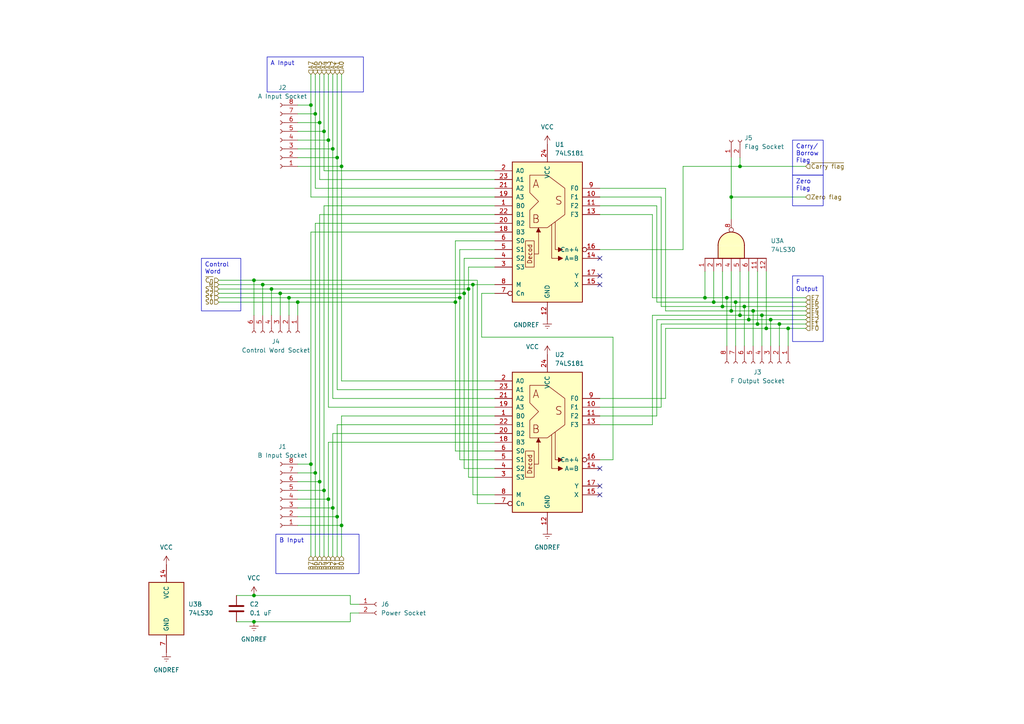
<source format=kicad_sch>
(kicad_sch (version 20231120) (generator "eeschema") (generator_version "8.0")
  (paper "A4")
  (title_block (title "Artemis ALU Module") (date "2024-07-14") (rev "1") (company "George Sleen"))
  (lib_symbols
    (symbol "74xx:74LS181" (pin_names (offset 1.016))
      (property "Reference" "U" (at -7.62 21.59 0))
      (property "Value" "74LS181" (at -7.62 -21.59 0))
      (symbol "74LS181_1_0"
        (polyline (pts (xy -3.81 -6.35) (xy -2.54 -6.35) (xy -2.54 1.27)))
        (polyline (pts (xy -2.54 1.27) (xy -3.175 0) (xy -1.905 0)) (fill (type outline)))
        (polyline (pts (xy 1.27 2.159) (xy 1.27 -7.62) (xy 3.175 -7.62)))
        (polyline (pts (xy 3.175 -5.08) (xy 2.286 -5.08) (xy 2.286 2.921)))
        (polyline (pts (xy 4.445 -7.62) (xy 3.175 -6.985) (xy 3.175 -8.255) (xy 4.445 -7.62)) (fill (type outline)))
        (polyline (pts (xy 4.445 -5.08) (xy 3.175 -4.445) (xy 3.175 -5.715) (xy 4.445 -5.08)) (fill (type outline)))
        (polyline (pts (xy -6.35 -2.54) (xy -6.35 -10.16) (xy -3.81 -10.16) (xy -3.81 -2.54) (xy -6.35 -2.54)))
        (polyline (pts (xy -5.08 16.51) (xy -5.08 11.43) (xy -2.54 8.89) (xy -5.08 6.35) (xy -5.08 1.27) (xy 0 1.27) (xy 5.08 5.08) (xy 5.08 12.7) (xy 0 16.51) (xy -5.08 16.51)))
        (text "A" (at -3.302 13.97 0) (effects (font (size 2.286 2.286))))
        (text "B" (at -3.302 3.81 0) (effects (font (size 2.286 2.286))))
        (text "Decod" (at -5.08 -6.35 900) (effects (font (size 1.27 1.27))))
        (text "S" (at 3.302 9.144 0) (effects (font (size 2.286 2.286))))
        (pin input line (at -15.24 7.62 0) (length 5.08) (name "B0") (number "1"))
        (pin output line (at 15.24 10.16 180) (length 5.08) (name "F1") (number "10"))
        (pin output line (at 15.24 7.62 180) (length 5.08) (name "F2") (number "11"))
        (pin power_in line (at 0 -25.4 90) (length 5.08) (name "GND") (number "12"))
        (pin output line (at 15.24 5.08 180) (length 5.08) (name "F3") (number "13"))
        (pin output line (at 15.24 -7.62 180) (length 5.08) (name "A=B") (number "14"))
        (pin output line (at 15.24 -15.24 180) (length 5.08) (name "X") (number "15"))
        (pin output inverted (at 15.24 -5.08 180) (length 5.08) (name "Cn+4") (number "16"))
        (pin output line (at 15.24 -12.7 180) (length 5.08) (name "Y") (number "17"))
        (pin input line (at -15.24 0 0) (length 5.08) (name "B3") (number "18"))
        (pin input line (at -15.24 10.16 0) (length 5.08) (name "A3") (number "19"))
        (pin input line (at -15.24 17.78 0) (length 5.08) (name "A0") (number "2"))
        (pin input line (at -15.24 2.54 0) (length 5.08) (name "B2") (number "20"))
        (pin input line (at -15.24 12.7 0) (length 5.08) (name "A2") (number "21"))
        (pin input line (at -15.24 5.08 0) (length 5.08) (name "B1") (number "22"))
        (pin input line (at -15.24 15.24 0) (length 5.08) (name "A1") (number "23"))
        (pin power_in line (at 0 25.4 270) (length 5.08) (name "VCC") (number "24"))
        (pin input line (at -15.24 -10.16 0) (length 5.08) (name "S3") (number "3"))
        (pin input line (at -15.24 -7.62 0) (length 5.08) (name "S2") (number "4"))
        (pin input line (at -15.24 -5.08 0) (length 5.08) (name "S1") (number "5"))
        (pin input line (at -15.24 -2.54 0) (length 5.08) (name "S0") (number "6"))
        (pin input inverted (at -15.24 -17.78 0) (length 5.08) (name "Cn") (number "7"))
        (pin input line (at -15.24 -15.24 0) (length 5.08) (name "M") (number "8"))
        (pin output line (at 15.24 12.7 180) (length 5.08) (name "F0") (number "9"))
      )
      (symbol "74LS181_1_1"
        (rectangle (start -10.16 20.32) (end 10.16 -20.32) (stroke (width 0.254)) (fill (type background)))
      )
    )
    (symbol "74xx:74LS30" (pin_names (offset 1.016))
      (property "Reference" "U" (at 0 1.27 0))
      (property "Value" "74LS30" (at 0 -1.27 0))
      (symbol "74LS30_1_1"
        (arc (start 0 -3.81) (mid 3.7934 0) (end 0 3.81) (stroke (width 0.254)) (fill (type background)))
        (polyline (pts (xy -3.81 7.62) (xy -3.81 -10.16)) (stroke (width 0.254)))
        (polyline (pts (xy 0 3.81) (xy -3.81 3.81) (xy -3.81 -3.81) (xy 0 -3.81)) (stroke (width 0.254)) (fill (type background)))
        (pin input line (at -7.62 7.62 0) (length 3.81) (name "~") (number "1"))
        (pin input line (at -7.62 -7.62 0) (length 3.81) (name "~") (number "11"))
        (pin input line (at -7.62 -10.16 0) (length 3.81) (name "~") (number "12"))
        (pin input line (at -7.62 5.08 0) (length 3.81) (name "~") (number "2"))
        (pin input line (at -7.62 2.54 0) (length 3.81) (name "~") (number "3"))
        (pin input line (at -7.62 0 0) (length 3.81) (name "~") (number "4"))
        (pin input line (at -7.62 -2.54 0) (length 3.81) (name "~") (number "5"))
        (pin input line (at -7.62 -5.08 0) (length 3.81) (name "~") (number "6"))
        (pin output inverted (at 7.62 0 180) (length 3.81) (name "~") (number "8"))
      )
      (symbol "74LS30_1_2"
        (arc (start -3.81 -3.81) (mid -2.589 0) (end -3.81 3.81) (stroke (width 0.254)))
        (arc (start -0.6096 -3.81) (mid 2.1842 -2.5851) (end 3.81 0) (stroke (width 0.254)) (fill (type background)))
        (polyline (pts (xy -3.81 -3.81) (xy -3.81 -10.16)) (stroke (width 0.254)))
        (polyline (pts (xy -3.81 -3.81) (xy -0.635 -3.81)) (stroke (width 0.254)) (fill (type background)))
        (polyline (pts (xy -3.81 3.81) (xy -0.635 3.81)) (stroke (width 0.254)) (fill (type background)))
        (polyline (pts (xy -3.81 7.62) (xy -3.81 3.81)) (stroke (width 0.254)))
        (polyline (pts (xy -0.635 3.81) (xy -3.81 3.81) (xy -3.81 3.81) (xy -3.556 3.4036) (xy -3.0226 2.2606) (xy -2.6924 1.0414) (xy -2.6162 -0.254) (xy -2.7686 -1.4986) (xy -3.175 -2.7178) (xy -3.81 -3.81) (xy -3.81 -3.81) (xy -0.635 -3.81)) (stroke (width -25.4)) (fill (type background)))
        (arc (start 3.81 0) (mid 2.1915 2.5936) (end -0.6096 3.81) (stroke (width 0.254)) (fill (type background)))
        (pin input inverted (at -7.62 7.62 0) (length 3.81) (name "~") (number "1"))
        (pin input inverted (at -7.62 -7.62 0) (length 3.81) (name "~") (number "11"))
        (pin input inverted (at -7.62 -10.16 0) (length 3.81) (name "~") (number "12"))
        (pin input inverted (at -7.62 5.08 0) (length 3.81) (name "~") (number "2"))
        (pin input inverted (at -7.62 2.54 0) (length 4.5466) (name "~") (number "3"))
        (pin input inverted (at -7.62 0 0) (length 5.08) (name "~") (number "4"))
        (pin input inverted (at -7.62 -2.54 0) (length 4.5466) (name "~") (number "5"))
        (pin input inverted (at -7.62 -5.08 0) (length 3.81) (name "~") (number "6"))
        (pin output line (at 7.62 0 180) (length 3.81) (name "~") (number "8"))
      )
      (symbol "74LS30_2_0"
        (pin power_in line (at 0 12.7 270) (length 5.08) (name "VCC") (number "14"))
        (pin power_in line (at 0 -12.7 90) (length 5.08) (name "GND") (number "7"))
      )
      (symbol "74LS30_2_1"
        (rectangle (start -5.08 7.62) (end 5.08 -7.62) (stroke (width 0.254)) (fill (type background)))
      )
    )
    (symbol "Connector:Conn_01x02_Socket" (pin_names (offset 1.016) hide)
      (property "Reference" "J" (at 0 2.54 0))
      (property "Value" "Conn_01x02_Socket" (at 0 -5.08 0))
      (symbol "Conn_01x02_Socket_1_1"
        (arc (start 0 -2.032) (mid -0.5058 -2.54) (end 0 -3.048) (stroke (width 0.1524)))
        (polyline (pts (xy -1.27 -2.54) (xy -0.508 -2.54)) (stroke (width 0.1524)))
        (polyline (pts (xy -1.27 0) (xy -0.508 0)) (stroke (width 0.1524)))
        (arc (start 0 0.508) (mid -0.5058 0) (end 0 -0.508) (stroke (width 0.1524)))
        (pin passive line (at -5.08 0 0) (length 3.81) (name "Pin_1") (number "1"))
        (pin passive line (at -5.08 -2.54 0) (length 3.81) (name "Pin_2") (number "2"))
      )
    )
    (symbol "Connector:Conn_01x06_Socket" (pin_names (offset 1.016) hide)
      (property "Reference" "J" (at 0 7.62 0))
      (property "Value" "Conn_01x06_Socket" (at 0 -10.16 0))
      (symbol "Conn_01x06_Socket_1_1"
        (arc (start 0 -7.112) (mid -0.5058 -7.62) (end 0 -8.128) (stroke (width 0.1524)))
        (arc (start 0 -4.572) (mid -0.5058 -5.08) (end 0 -5.588) (stroke (width 0.1524)))
        (arc (start 0 -2.032) (mid -0.5058 -2.54) (end 0 -3.048) (stroke (width 0.1524)))
        (polyline (pts (xy -1.27 -7.62) (xy -0.508 -7.62)) (stroke (width 0.1524)))
        (polyline (pts (xy -1.27 -5.08) (xy -0.508 -5.08)) (stroke (width 0.1524)))
        (polyline (pts (xy -1.27 -2.54) (xy -0.508 -2.54)) (stroke (width 0.1524)))
        (polyline (pts (xy -1.27 0) (xy -0.508 0)) (stroke (width 0.1524)))
        (polyline (pts (xy -1.27 2.54) (xy -0.508 2.54)) (stroke (width 0.1524)))
        (polyline (pts (xy -1.27 5.08) (xy -0.508 5.08)) (stroke (width 0.1524)))
        (arc (start 0 0.508) (mid -0.5058 0) (end 0 -0.508) (stroke (width 0.1524)))
        (arc (start 0 3.048) (mid -0.5058 2.54) (end 0 2.032) (stroke (width 0.1524)))
        (arc (start 0 5.588) (mid -0.5058 5.08) (end 0 4.572) (stroke (width 0.1524)))
        (pin passive line (at -5.08 5.08 0) (length 3.81) (name "Pin_1") (number "1"))
        (pin passive line (at -5.08 2.54 0) (length 3.81) (name "Pin_2") (number "2"))
        (pin passive line (at -5.08 0 0) (length 3.81) (name "Pin_3") (number "3"))
        (pin passive line (at -5.08 -2.54 0) (length 3.81) (name "Pin_4") (number "4"))
        (pin passive line (at -5.08 -5.08 0) (length 3.81) (name "Pin_5") (number "5"))
        (pin passive line (at -5.08 -7.62 0) (length 3.81) (name "Pin_6") (number "6"))
      )
    )
    (symbol "Connector:Conn_01x08_Socket" (pin_names (offset 1.016) hide)
      (property "Reference" "J" (at 0 10.16 0))
      (property "Value" "Conn_01x08_Socket" (at 0 -12.7 0))
      (symbol "Conn_01x08_Socket_1_1"
        (arc (start 0 -9.652) (mid -0.5058 -10.16) (end 0 -10.668) (stroke (width 0.1524)))
        (arc (start 0 -7.112) (mid -0.5058 -7.62) (end 0 -8.128) (stroke (width 0.1524)))
        (arc (start 0 -4.572) (mid -0.5058 -5.08) (end 0 -5.588) (stroke (width 0.1524)))
        (arc (start 0 -2.032) (mid -0.5058 -2.54) (end 0 -3.048) (stroke (width 0.1524)))
        (polyline (pts (xy -1.27 -10.16) (xy -0.508 -10.16)) (stroke (width 0.1524)))
        (polyline (pts (xy -1.27 -7.62) (xy -0.508 -7.62)) (stroke (width 0.1524)))
        (polyline (pts (xy -1.27 -5.08) (xy -0.508 -5.08)) (stroke (width 0.1524)))
        (polyline (pts (xy -1.27 -2.54) (xy -0.508 -2.54)) (stroke (width 0.1524)))
        (polyline (pts (xy -1.27 0) (xy -0.508 0)) (stroke (width 0.1524)))
        (polyline (pts (xy -1.27 2.54) (xy -0.508 2.54)) (stroke (width 0.1524)))
        (polyline (pts (xy -1.27 5.08) (xy -0.508 5.08)) (stroke (width 0.1524)))
        (polyline (pts (xy -1.27 7.62) (xy -0.508 7.62)) (stroke (width 0.1524)))
        (arc (start 0 0.508) (mid -0.5058 0) (end 0 -0.508) (stroke (width 0.1524)))
        (arc (start 0 3.048) (mid -0.5058 2.54) (end 0 2.032) (stroke (width 0.1524)))
        (arc (start 0 5.588) (mid -0.5058 5.08) (end 0 4.572) (stroke (width 0.1524)))
        (arc (start 0 8.128) (mid -0.5058 7.62) (end 0 7.112) (stroke (width 0.1524)))
        (pin passive line (at -5.08 7.62 0) (length 3.81) (name "Pin_1") (number "1"))
        (pin passive line (at -5.08 5.08 0) (length 3.81) (name "Pin_2") (number "2"))
        (pin passive line (at -5.08 2.54 0) (length 3.81) (name "Pin_3") (number "3"))
        (pin passive line (at -5.08 0 0) (length 3.81) (name "Pin_4") (number "4"))
        (pin passive line (at -5.08 -2.54 0) (length 3.81) (name "Pin_5") (number "5"))
        (pin passive line (at -5.08 -5.08 0) (length 3.81) (name "Pin_6") (number "6"))
        (pin passive line (at -5.08 -7.62 0) (length 3.81) (name "Pin_7") (number "7"))
        (pin passive line (at -5.08 -10.16 0) (length 3.81) (name "Pin_8") (number "8"))
      )
    )
    (symbol "Device:C" (pin_numbers hide) (pin_names (offset 0.254))
      (property "Reference" "C" (at 0.635 2.54 0))
      (property "Value" "C" (at 0.635 -2.54 0))
      (symbol "C_0_1"
        (polyline (pts (xy -2.032 -0.762) (xy 2.032 -0.762)) (stroke (width 0.508)))
        (polyline (pts (xy -2.032 0.762) (xy 2.032 0.762)) (stroke (width 0.508)))
      )
      (symbol "C_1_1"
        (pin passive line (at 0 3.81 270) (length 2.794) (name "~") (number "1"))
        (pin passive line (at 0 -3.81 90) (length 2.794) (name "~") (number "2"))
      )
    )
    (symbol "power:GNDREF" (power) (pin_numbers hide) (pin_names (offset 0) hide)
      (property "Value" "GNDREF" (at 0 -3.81 0))
      (symbol "GNDREF_0_1"
        (polyline (pts (xy -0.635 -1.905) (xy 0.635 -1.905)))
        (polyline (pts (xy -0.127 -2.54) (xy 0.127 -2.54)))
        (polyline (pts (xy 0 -1.27) (xy 0 0)))
        (polyline (pts (xy 1.27 -1.27) (xy -1.27 -1.27)))
      )
      (symbol "GNDREF_1_1"
        (pin power_in line (at 0 0 270) (length 0) (name "~") (number "1"))
      )
    )
    (symbol "power:VCC" (power) (pin_numbers hide) (pin_names (offset 0) hide)
      (property "Value" "VCC" (at 0 3.556 0))
      (symbol "VCC_0_1"
        (polyline (pts (xy -0.762 1.27) (xy 0 2.54)))
        (polyline (pts (xy 0 0) (xy 0 2.54)))
        (polyline (pts (xy 0 2.54) (xy 0.762 1.27)))
      )
      (symbol "VCC_1_1"
        (pin power_in line (at 0 0 90) (length 0) (name "~") (number "1"))
      )
    )
  )
  (junction (at 91.44 137.16))
  (junction (at 95.25 40.64))
  (junction (at 214.63 91.44))
  (junction (at 97.79 149.86))
  (junction (at 78.74 83.82))
  (junction (at 134.62 85.09))
  (junction (at 210.82 86.36))
  (junction (at 97.79 45.72))
  (junction (at 228.6 95.25))
  (junction (at 133.35 86.36))
  (junction (at 73.66 180.34))
  (junction (at 132.08 87.63))
  (junction (at 214.63 48.26))
  (junction (at 73.66 172.72))
  (junction (at 217.17 92.71))
  (junction (at 99.06 48.26))
  (junction (at 90.17 134.62))
  (junction (at 220.98 91.44))
  (junction (at 81.28 85.09))
  (junction (at 213.36 87.63))
  (junction (at 91.44 33.02))
  (junction (at 83.82 86.36))
  (junction (at 76.2 82.55))
  (junction (at 222.25 95.25))
  (junction (at 86.36 87.63))
  (junction (at 135.89 83.82))
  (junction (at 212.09 90.17))
  (junction (at 96.52 43.18))
  (junction (at 73.66 81.28))
  (junction (at 93.98 142.24))
  (junction (at 137.16 82.55))
  (junction (at 207.01 87.63))
  (junction (at 204.47 86.36))
  (junction (at 215.9 88.9))
  (junction (at 90.17 30.48))
  (junction (at 92.71 35.56))
  (junction (at 92.71 139.7))
  (junction (at 209.55 88.9))
  (junction (at 223.52 92.71))
  (junction (at 95.25 144.78))
  (junction (at 226.06 93.98))
  (junction (at 212.09 57.15))
  (junction (at 99.06 152.4))
  (junction (at 96.52 147.32))
  (junction (at 219.71 93.98))
  (junction (at 218.44 90.17))
  (junction (at 93.98 38.1))
  (no_connect (at 173.99 74.93))
  (no_connect (at 173.99 82.55))
  (no_connect (at 173.99 80.01))
  (no_connect (at 173.99 143.51))
  (no_connect (at 173.99 135.89))
  (no_connect (at 173.99 140.97))
  (wire (pts (xy 223.52 92.71) (xy 233.68 92.71)))
  (wire (pts (xy 226.06 93.98) (xy 226.06 100.33)))
  (wire (pts (xy 86.36 134.62) (xy 90.17 134.62)))
  (wire (pts (xy 143.51 143.51) (xy 137.16 143.51)))
  (wire (pts (xy 213.36 87.63) (xy 233.68 87.63)))
  (wire (pts (xy 63.5 81.28) (xy 73.66 81.28)))
  (wire (pts (xy 97.79 149.86) (xy 97.79 161.29)))
  (wire (pts (xy 86.36 147.32) (xy 96.52 147.32)))
  (wire (pts (xy 143.51 74.93) (xy 134.62 74.93)))
  (wire (pts (xy 143.51 118.11) (xy 95.25 118.11)))
  (wire (pts (xy 86.36 43.18) (xy 96.52 43.18)))
  (wire (pts (xy 97.79 45.72) (xy 97.79 113.03)))
  (wire (pts (xy 143.51 130.81) (xy 132.08 130.81)))
  (wire (pts (xy 93.98 38.1) (xy 93.98 49.53)))
  (wire (pts (xy 143.51 54.61) (xy 91.44 54.61)))
  (wire (pts (xy 101.6 177.8) (xy 101.6 180.34)))
  (wire (pts (xy 212.09 63.5) (xy 212.09 57.15)))
  (wire (pts (xy 86.36 48.26) (xy 99.06 48.26)))
  (wire (pts (xy 143.51 59.69) (xy 93.98 59.69)))
  (wire (pts (xy 209.55 88.9) (xy 215.9 88.9)))
  (wire (pts (xy 193.04 90.17) (xy 212.09 90.17)))
  (wire (pts (xy 198.12 48.26) (xy 214.63 48.26)))
  (wire (pts (xy 218.44 90.17) (xy 218.44 100.33)))
  (wire (pts (xy 173.99 72.39) (xy 198.12 72.39)))
  (wire (pts (xy 139.7 97.79) (xy 139.7 85.09)))
  (wire (pts (xy 86.36 87.63) (xy 132.08 87.63)))
  (wire (pts (xy 193.04 115.57) (xy 193.04 95.25)))
  (wire (pts (xy 86.36 137.16) (xy 91.44 137.16)))
  (wire (pts (xy 228.6 95.25) (xy 233.68 95.25)))
  (wire (pts (xy 190.5 92.71) (xy 217.17 92.71)))
  (wire (pts (xy 86.36 30.48) (xy 90.17 30.48)))
  (wire (pts (xy 92.71 35.56) (xy 92.71 52.07)))
  (wire (pts (xy 198.12 72.39) (xy 198.12 48.26)))
  (wire (pts (xy 173.99 123.19) (xy 189.23 123.19)))
  (wire (pts (xy 135.89 83.82) (xy 135.89 138.43)))
  (wire (pts (xy 132.08 69.85) (xy 143.51 69.85)))
  (wire (pts (xy 86.36 40.64) (xy 95.25 40.64)))
  (wire (pts (xy 214.63 45.72) (xy 214.63 48.26)))
  (wire (pts (xy 104.14 177.8) (xy 101.6 177.8)))
  (wire (pts (xy 99.06 120.65) (xy 99.06 152.4)))
  (wire (pts (xy 173.99 118.11) (xy 191.77 118.11)))
  (wire (pts (xy 222.25 95.25) (xy 228.6 95.25)))
  (wire (pts (xy 97.79 21.59) (xy 97.79 45.72)))
  (wire (pts (xy 92.71 139.7) (xy 92.71 161.29)))
  (wire (pts (xy 96.52 125.73) (xy 96.52 147.32)))
  (wire (pts (xy 95.25 144.78) (xy 95.25 161.29)))
  (wire (pts (xy 143.51 115.57) (xy 96.52 115.57)))
  (wire (pts (xy 193.04 95.25) (xy 222.25 95.25)))
  (wire (pts (xy 143.51 110.49) (xy 99.06 110.49)))
  (wire (pts (xy 86.36 35.56) (xy 92.71 35.56)))
  (wire (pts (xy 86.36 139.7) (xy 92.71 139.7)))
  (wire (pts (xy 143.51 64.77) (xy 91.44 64.77)))
  (wire (pts (xy 217.17 92.71) (xy 223.52 92.71)))
  (wire (pts (xy 137.16 82.55) (xy 143.51 82.55)))
  (wire (pts (xy 96.52 43.18) (xy 96.52 115.57)))
  (wire (pts (xy 220.98 91.44) (xy 233.68 91.44)))
  (wire (pts (xy 204.47 78.74) (xy 204.47 86.36)))
  (wire (pts (xy 91.44 33.02) (xy 91.44 54.61)))
  (wire (pts (xy 222.25 78.74) (xy 222.25 95.25)))
  (wire (pts (xy 210.82 86.36) (xy 233.68 86.36)))
  (wire (pts (xy 78.74 83.82) (xy 135.89 83.82)))
  (wire (pts (xy 217.17 78.74) (xy 217.17 92.71)))
  (wire (pts (xy 143.51 113.03) (xy 97.79 113.03)))
  (wire (pts (xy 143.51 57.15) (xy 90.17 57.15)))
  (wire (pts (xy 63.5 85.09) (xy 81.28 85.09)))
  (wire (pts (xy 135.89 77.47) (xy 135.89 83.82)))
  (wire (pts (xy 220.98 91.44) (xy 220.98 100.33)))
  (wire (pts (xy 139.7 85.09) (xy 143.51 85.09)))
  (wire (pts (xy 215.9 88.9) (xy 215.9 100.33)))
  (wire (pts (xy 193.04 54.61) (xy 193.04 90.17)))
  (wire (pts (xy 190.5 87.63) (xy 207.01 87.63)))
  (wire (pts (xy 91.44 137.16) (xy 91.44 161.29)))
  (wire (pts (xy 63.5 82.55) (xy 76.2 82.55)))
  (wire (pts (xy 143.51 146.05) (xy 138.43 146.05)))
  (wire (pts (xy 93.98 59.69) (xy 93.98 142.24)))
  (wire (pts (xy 83.82 86.36) (xy 83.82 91.44)))
  (wire (pts (xy 214.63 91.44) (xy 220.98 91.44)))
  (wire (pts (xy 143.51 120.65) (xy 99.06 120.65)))
  (wire (pts (xy 86.36 144.78) (xy 95.25 144.78)))
  (wire (pts (xy 190.5 92.71) (xy 190.5 120.65)))
  (wire (pts (xy 132.08 69.85) (xy 132.08 87.63)))
  (wire (pts (xy 99.06 152.4) (xy 99.06 161.29)))
  (wire (pts (xy 90.17 134.62) (xy 90.17 161.29)))
  (wire (pts (xy 90.17 67.31) (xy 90.17 134.62)))
  (wire (pts (xy 73.66 180.34) (xy 101.6 180.34)))
  (wire (pts (xy 210.82 86.36) (xy 210.82 100.33)))
  (wire (pts (xy 99.06 21.59) (xy 99.06 48.26)))
  (wire (pts (xy 204.47 86.36) (xy 210.82 86.36)))
  (wire (pts (xy 207.01 87.63) (xy 213.36 87.63)))
  (wire (pts (xy 189.23 62.23) (xy 189.23 86.36)))
  (wire (pts (xy 86.36 152.4) (xy 99.06 152.4)))
  (wire (pts (xy 173.99 54.61) (xy 193.04 54.61)))
  (wire (pts (xy 212.09 45.72) (xy 212.09 57.15)))
  (wire (pts (xy 219.71 78.74) (xy 219.71 93.98)))
  (wire (pts (xy 104.14 175.26) (xy 101.6 175.26)))
  (wire (pts (xy 63.5 83.82) (xy 78.74 83.82)))
  (wire (pts (xy 138.43 146.05) (xy 138.43 81.28)))
  (wire (pts (xy 134.62 135.89) (xy 143.51 135.89)))
  (wire (pts (xy 207.01 78.74) (xy 207.01 87.63)))
  (wire (pts (xy 143.51 67.31) (xy 90.17 67.31)))
  (wire (pts (xy 213.36 87.63) (xy 213.36 100.33)))
  (wire (pts (xy 91.44 21.59) (xy 91.44 33.02)))
  (wire (pts (xy 143.51 52.07) (xy 92.71 52.07)))
  (wire (pts (xy 191.77 118.11) (xy 191.77 93.98)))
  (wire (pts (xy 226.06 93.98) (xy 233.68 93.98)))
  (wire (pts (xy 134.62 74.93) (xy 134.62 85.09)))
  (wire (pts (xy 83.82 86.36) (xy 133.35 86.36)))
  (wire (pts (xy 189.23 86.36) (xy 204.47 86.36)))
  (wire (pts (xy 86.36 142.24) (xy 93.98 142.24)))
  (wire (pts (xy 135.89 77.47) (xy 143.51 77.47)))
  (wire (pts (xy 86.36 87.63) (xy 86.36 91.44)))
  (wire (pts (xy 143.51 49.53) (xy 93.98 49.53)))
  (wire (pts (xy 133.35 72.39) (xy 133.35 86.36)))
  (wire (pts (xy 76.2 82.55) (xy 76.2 91.44)))
  (wire (pts (xy 68.58 180.34) (xy 73.66 180.34)))
  (wire (pts (xy 96.52 21.59) (xy 96.52 43.18)))
  (wire (pts (xy 132.08 87.63) (xy 132.08 130.81)))
  (wire (pts (xy 133.35 86.36) (xy 133.35 133.35)))
  (wire (pts (xy 173.99 62.23) (xy 189.23 62.23)))
  (wire (pts (xy 96.52 147.32) (xy 96.52 161.29)))
  (wire (pts (xy 99.06 48.26) (xy 99.06 110.49)))
  (wire (pts (xy 134.62 85.09) (xy 134.62 135.89)))
  (wire (pts (xy 223.52 92.71) (xy 223.52 100.33)))
  (wire (pts (xy 191.77 88.9) (xy 209.55 88.9)))
  (wire (pts (xy 209.55 78.74) (xy 209.55 88.9)))
  (wire (pts (xy 214.63 78.74) (xy 214.63 91.44)))
  (wire (pts (xy 86.36 45.72) (xy 97.79 45.72)))
  (wire (pts (xy 95.25 40.64) (xy 95.25 118.11)))
  (wire (pts (xy 219.71 93.98) (xy 226.06 93.98)))
  (wire (pts (xy 95.25 128.27) (xy 95.25 144.78)))
  (wire (pts (xy 191.77 93.98) (xy 219.71 93.98)))
  (wire (pts (xy 191.77 57.15) (xy 191.77 88.9)))
  (wire (pts (xy 212.09 78.74) (xy 212.09 90.17)))
  (wire (pts (xy 86.36 149.86) (xy 97.79 149.86)))
  (wire (pts (xy 189.23 91.44) (xy 214.63 91.44)))
  (wire (pts (xy 173.99 120.65) (xy 190.5 120.65)))
  (wire (pts (xy 218.44 90.17) (xy 233.68 90.17)))
  (wire (pts (xy 173.99 133.35) (xy 177.8 133.35)))
  (wire (pts (xy 73.66 172.72) (xy 101.6 172.72)))
  (wire (pts (xy 173.99 59.69) (xy 190.5 59.69)))
  (wire (pts (xy 189.23 91.44) (xy 189.23 123.19)))
  (wire (pts (xy 63.5 87.63) (xy 86.36 87.63)))
  (wire (pts (xy 101.6 175.26) (xy 101.6 172.72)))
  (wire (pts (xy 81.28 85.09) (xy 81.28 91.44)))
  (wire (pts (xy 143.51 72.39) (xy 133.35 72.39)))
  (wire (pts (xy 73.66 81.28) (xy 138.43 81.28)))
  (wire (pts (xy 137.16 143.51) (xy 137.16 82.55)))
  (wire (pts (xy 93.98 142.24) (xy 93.98 161.29)))
  (wire (pts (xy 177.8 97.79) (xy 139.7 97.79)))
  (wire (pts (xy 93.98 21.59) (xy 93.98 38.1)))
  (wire (pts (xy 143.51 125.73) (xy 96.52 125.73)))
  (wire (pts (xy 68.58 172.72) (xy 73.66 172.72)))
  (wire (pts (xy 214.63 48.26) (xy 233.68 48.26)))
  (wire (pts (xy 97.79 123.19) (xy 97.79 149.86)))
  (wire (pts (xy 215.9 88.9) (xy 233.68 88.9)))
  (wire (pts (xy 76.2 82.55) (xy 137.16 82.55)))
  (wire (pts (xy 143.51 62.23) (xy 92.71 62.23)))
  (wire (pts (xy 228.6 95.25) (xy 228.6 100.33)))
  (wire (pts (xy 143.51 123.19) (xy 97.79 123.19)))
  (wire (pts (xy 92.71 21.59) (xy 92.71 35.56)))
  (wire (pts (xy 86.36 38.1) (xy 93.98 38.1)))
  (wire (pts (xy 212.09 57.15) (xy 233.68 57.15)))
  (wire (pts (xy 143.51 128.27) (xy 95.25 128.27)))
  (wire (pts (xy 90.17 21.59) (xy 90.17 30.48)))
  (wire (pts (xy 173.99 57.15) (xy 191.77 57.15)))
  (wire (pts (xy 92.71 62.23) (xy 92.71 139.7)))
  (wire (pts (xy 173.99 115.57) (xy 193.04 115.57)))
  (wire (pts (xy 95.25 21.59) (xy 95.25 40.64)))
  (wire (pts (xy 78.74 83.82) (xy 78.74 91.44)))
  (wire (pts (xy 73.66 81.28) (xy 73.66 91.44)))
  (wire (pts (xy 63.5 86.36) (xy 83.82 86.36)))
  (wire (pts (xy 190.5 59.69) (xy 190.5 87.63)))
  (wire (pts (xy 133.35 133.35) (xy 143.51 133.35)))
  (wire (pts (xy 143.51 138.43) (xy 135.89 138.43)))
  (wire (pts (xy 177.8 133.35) (xy 177.8 97.79)))
  (wire (pts (xy 81.28 85.09) (xy 134.62 85.09)))
  (wire (pts (xy 91.44 64.77) (xy 91.44 137.16)))
  (wire (pts (xy 90.17 30.48) (xy 90.17 57.15)))
  (wire (pts (xy 212.09 90.17) (xy 218.44 90.17)))
  (wire (pts (xy 86.36 33.02) (xy 91.44 33.02)))
  (text_box "Control Word\n" (at 58.42 74.93 0) (size 11.43 15.24) (effects (font (size 1.27 1.27)) (justify left top)))
  (text_box "F Output" (at 229.87 80.01 0) (size 8.89 19.05) (effects (font (size 1.27 1.27)) (justify left top)))
  (text_box "Zero Flag" (at 229.87 50.8 0) (size 8.89 8.89) (effects (font (size 1.27 1.27)) (justify left top)))
  (text_box "A Input" (at 77.47 16.51 0) (size 27.94 10.16) (effects (font (size 1.27 1.27)) (justify left top)))
  (text_box "B Input" (at 80.01 154.94 0) (size 24.13 11.43) (effects (font (size 1.27 1.27)) (justify left top)))
  (text_box "Carry/ Borrow Flag" (at 229.87 40.64 0) (size 8.89 10.16) (effects (font (size 1.27 1.27)) (justify left top)))
  (hierarchical_label "Zero flag" (shape input) (at 233.68 57.15 0))
  (hierarchical_label "A4" (shape input) (at 93.98 21.59 90))
  (hierarchical_label "F5" (shape input) (at 233.68 88.9 0))
  (hierarchical_label "B0" (shape input) (at 99.06 161.29 270))
  (hierarchical_label "A5" (shape input) (at 92.71 21.59 90))
  (hierarchical_label "~{Carry flag}" (shape input) (at 233.68 48.26 0))
  (hierarchical_label "F2" (shape input) (at 233.68 92.71 0))
  (hierarchical_label "S0" (shape input) (at 63.5 87.63 180))
  (hierarchical_label "B2" (shape input) (at 96.52 161.29 270))
  (hierarchical_label "A1" (shape input) (at 97.79 21.59 90))
  (hierarchical_label "F6" (shape input) (at 233.68 87.63 0))
  (hierarchical_label "B7" (shape input) (at 90.17 161.29 270))
  (hierarchical_label "M" (shape input) (at 63.5 82.55 180))
  (hierarchical_label "F0" (shape input) (at 233.68 95.25 0))
  (hierarchical_label "F1" (shape input) (at 233.68 93.98 0))
  (hierarchical_label "~{Cn}" (shape input) (at 63.5 81.28 180))
  (hierarchical_label "S2" (shape input) (at 63.5 85.09 180))
  (hierarchical_label "B3" (shape input) (at 95.25 161.29 270))
  (hierarchical_label "A7" (shape input) (at 90.17 21.59 90))
  (hierarchical_label "B6" (shape input) (at 91.44 161.29 270))
  (hierarchical_label "A0" (shape input) (at 99.06 21.59 90))
  (hierarchical_label "A3" (shape input) (at 95.25 21.59 90))
  (hierarchical_label "F3" (shape input) (at 233.68 91.44 0))
  (hierarchical_label "B5" (shape input) (at 92.71 161.29 270))
  (hierarchical_label "A6" (shape input) (at 91.44 21.59 90))
  (hierarchical_label "F7" (shape input) (at 233.68 86.36 0))
  (hierarchical_label "S1" (shape input) (at 63.5 86.36 180))
  (hierarchical_label "F4" (shape input) (at 233.68 90.17 0))
  (hierarchical_label "B4" (shape input) (at 93.98 161.29 270))
  (hierarchical_label "A2" (shape input) (at 96.52 21.59 90))
  (hierarchical_label "B1" (shape input) (at 97.79 161.29 270))
  (hierarchical_label "S3" (shape input) (at 63.5 83.82 180))
  (symbol (lib_id "power:GNDREF") (at 48.26 189.23 0) (unit 1)
    (property "Reference" "#PWR05" (effects (hide yes)))
    (property "Value" "GNDREF" (at 48.26 194.31 0))
    (property "Description" "Power symbol creates a global label with name \"GNDREF\" , reference supply ground" (effects (hide yes)))
  )
  (symbol (lib_id "power:VCC") (at 48.26 163.83 0) (unit 1)
    (property "Reference" "#PWR06" (effects (hide yes)))
    (property "Value" "VCC" (at 48.26 158.75 0))
    (property "Description" "Power symbol creates a global label with name \"VCC\"" (effects (hide yes)))
  )
  (symbol (lib_id "Connector:Conn_01x08_Socket") (at 81.28 40.64 180) (unit 1)
    (property "Reference" "J2" (at 81.915 25.4 0))
    (property "Value" "A Input Socket" (at 81.915 27.94 0))
    (property "Footprint" "Connector_Molex:Molex_PicoBlade_53048-0810_1x08_P1.25mm_Horizontal" (effects (hide yes)))
    (property "Description" "Generic connector, single row, 01x08, script generated" (effects (hide yes)))
  )
  (symbol (lib_id "power:VCC") (at 158.75 41.91 0) (unit 1)
    (property "Reference" "#PWR02" (effects (hide yes)))
    (property "Value" "VCC" (at 158.75 36.83 0))
    (property "Description" "Power symbol creates a global label with name \"VCC\"" (effects (hide yes)))
  )
  (symbol (lib_id "74xx:74LS181") (at 158.75 67.31 0) (unit 1)
    (property "Reference" "U1" (at 160.9441 41.91 0) (effects (justify left)))
    (property "Value" "74LS181" (at 160.9441 44.45 0) (effects (justify left)))
    (property "Footprint" "Package_DIP:DIP-24_W15.24mm_Socket_LongPads" (effects (hide yes)))
    (property "Datasheet" "74xx/74F181.pdf" (effects (hide yes)))
    (property "Description" "Arithmetic logic unit" (effects (hide yes)))
  )
  (symbol (lib_id "power:GNDREF") (at 158.75 92.71 0) (unit 1)
    (property "Reference" "#PWR03" (effects (hide yes)))
    (property "Value" "GNDREF" (at 152.654 94.234 0))
    (property "Description" "Power symbol creates a global label with name \"GNDREF\" , reference supply ground" (effects (hide yes)))
  )
  (symbol (lib_id "Connector:Conn_01x02_Socket") (at 109.22 175.26 0) (unit 1)
    (property "Reference" "J6" (at 110.49 175.2599 0) (effects (justify left)))
    (property "Value" "Power Socket" (at 110.49 177.7999 0) (effects (justify left)))
    (property "Footprint" "Connector_Molex:Molex_PicoBlade_53048-0210_1x02_P1.25mm_Horizontal" (effects (hide yes)))
    (property "Description" "Generic connector, single row, 01x02, script generated" (effects (hide yes)))
  )
  (symbol (lib_id "power:VCC") (at 73.66 172.72 0) (unit 1)
    (property "Reference" "#PWR07" (effects (hide yes)))
    (property "Value" "VCC" (at 73.66 167.64 0))
    (property "Description" "Power symbol creates a global label with name \"VCC\"" (effects (hide yes)))
  )
  (symbol (lib_id "Device:C") (at 68.58 176.53 0) (unit 1)
    (property "Reference" "C2" (at 72.39 175.2599 0) (effects (justify left)))
    (property "Value" "0.1 uF" (at 72.39 177.7999 0) (effects (justify left)))
    (property "Footprint" "Capacitor_SMD:C_1206_3216Metric_Pad1.33x1.80mm_HandSolder" (effects (hide yes)))
    (property "Description" "Unpolarized capacitor" (effects (hide yes)))
  )
  (symbol (lib_id "74xx:74LS30") (at 48.26 176.53 0) (unit 2)
    (property "Reference" "U3" (at 54.61 175.2599 0) (effects (justify left)))
    (property "Value" "74LS30" (at 54.61 177.7999 0) (effects (justify left)))
    (property "Footprint" "Package_DIP:DIP-14_W7.62mm_Socket_LongPads" (effects (hide yes)))
    (property "Datasheet" "http://www.ti.com/lit/gpn/sn74LS30" (effects (hide yes)))
    (property "Description" "8-input NAND" (effects (hide yes)))
  )
  (symbol (lib_id "74xx:74LS30") (at 212.09 71.12 90) (unit 1)
    (property "Reference" "U3" (at 223.52 69.8582 90) (effects (justify right)))
    (property "Value" "74LS30" (at 223.52 72.3982 90) (effects (justify right)))
    (property "Footprint" "Package_DIP:DIP-14_W7.62mm_Socket_LongPads" (effects (hide yes)))
    (property "Datasheet" "http://www.ti.com/lit/gpn/sn74LS30" (effects (hide yes)))
    (property "Description" "8-input NAND" (effects (hide yes)))
  )
  (symbol (lib_id "Connector:Conn_01x08_Socket") (at 81.28 144.78 180) (unit 1)
    (property "Reference" "J1" (at 81.915 129.54 0))
    (property "Value" "B Input Socket" (at 81.915 132.08 0))
    (property "Footprint" "Connector_Molex:Molex_PicoBlade_53048-0810_1x08_P1.25mm_Horizontal" (effects (hide yes)))
    (property "Description" "Generic connector, single row, 01x08, script generated" (effects (hide yes)))
  )
  (symbol (lib_id "power:GNDREF") (at 158.75 153.67 0) (unit 1)
    (property "Reference" "#PWR04" (effects (hide yes)))
    (property "Value" "GNDREF" (at 158.75 158.75 0))
    (property "Description" "Power symbol creates a global label with name \"GNDREF\" , reference supply ground" (effects (hide yes)))
  )
  (symbol (lib_id "power:GNDREF") (at 73.66 180.34 0) (unit 1)
    (property "Reference" "#PWR08" (effects (hide yes)))
    (property "Value" "GNDREF" (at 73.66 185.42 0))
    (property "Description" "Power symbol creates a global label with name \"GNDREF\" , reference supply ground" (effects (hide yes)))
  )
  (symbol (lib_id "Connector:Conn_01x02_Socket") (at 212.09 40.64 90) (unit 1)
    (property "Reference" "J5" (at 215.9 40.0049 90) (effects (justify right)))
    (property "Value" "Flag Socket" (at 215.9 42.5449 90) (effects (justify right)))
    (property "Footprint" "Connector_Molex:Molex_PicoBlade_53048-0210_1x02_P1.25mm_Horizontal" (effects (hide yes)))
    (property "Description" "Generic connector, single row, 01x02, script generated" (effects (hide yes)))
  )
  (symbol (lib_id "74xx:74LS181") (at 158.75 128.27 0) (unit 1)
    (property "Reference" "U2" (at 160.9441 102.87 0) (effects (justify left)))
    (property "Value" "74LS181" (at 160.9441 105.41 0) (effects (justify left)))
    (property "Footprint" "Package_DIP:DIP-24_W15.24mm_Socket_LongPads" (effects (hide yes)))
    (property "Datasheet" "74xx/74F181.pdf" (effects (hide yes)))
    (property "Description" "Arithmetic logic unit" (effects (hide yes)))
  )
  (symbol (lib_id "power:VCC") (at 158.75 102.87 0) (unit 1)
    (property "Reference" "#PWR01" (effects (hide yes)))
    (property "Value" "VCC" (at 154.432 100.584 0))
    (property "Description" "Power symbol creates a global label with name \"VCC\"" (effects (hide yes)))
  )
  (symbol (lib_id "Connector:Conn_01x06_Socket") (at 81.28 96.52 270) (unit 1)
    (property "Reference" "J4" (at 80.01 99.06 90))
    (property "Value" "Control Word Socket" (at 80.01 101.6 90))
    (property "Footprint" "Connector_Molex:Molex_PicoBlade_53048-0610_1x06_P1.25mm_Horizontal" (effects (hide yes)))
    (property "Description" "Generic connector, single row, 01x06, script generated" (effects (hide yes)))
  )
  (symbol (lib_id "Connector:Conn_01x08_Socket") (at 220.98 105.41 270) (unit 1)
    (property "Reference" "J3" (at 219.71 107.95 90))
    (property "Value" "F Output Socket" (at 219.71 110.49 90))
    (property "Footprint" "Connector_Molex:Molex_PicoBlade_53048-0810_1x08_P1.25mm_Horizontal" (effects (hide yes)))
    (property "Description" "Generic connector, single row, 01x08, script generated" (effects (hide yes)))
  )
)
</source>
